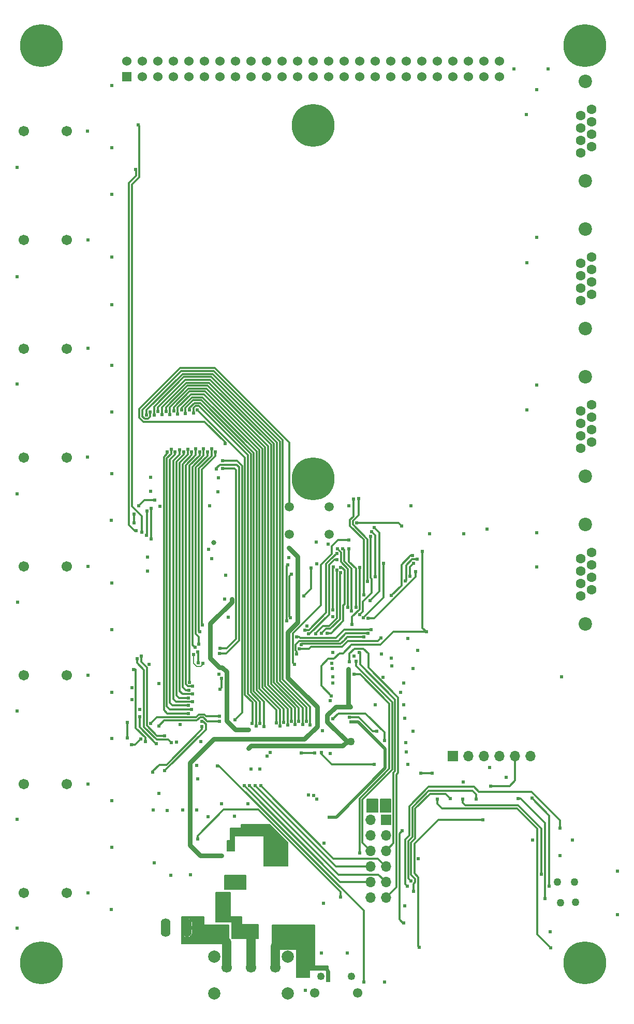
<source format=gbl>
G04 #@! TF.GenerationSoftware,KiCad,Pcbnew,(5.0.1)-4*
G04 #@! TF.CreationDate,2019-01-15T19:26:53-05:00*
G04 #@! TF.ProjectId,CA6,4341362E6B696361645F706362000000,rev?*
G04 #@! TF.SameCoordinates,Original*
G04 #@! TF.FileFunction,Copper,L4,Bot,Signal*
G04 #@! TF.FilePolarity,Positive*
%FSLAX46Y46*%
G04 Gerber Fmt 4.6, Leading zero omitted, Abs format (unit mm)*
G04 Created by KiCad (PCBNEW (5.0.1)-4) date 1/15/2019 7:26:53 PM*
%MOMM*%
%LPD*%
G01*
G04 APERTURE LIST*
G04 #@! TA.AperFunction,WasherPad*
%ADD10C,7.000240*%
G04 #@! TD*
G04 #@! TA.AperFunction,ComponentPad*
%ADD11C,2.200000*%
G04 #@! TD*
G04 #@! TA.AperFunction,ComponentPad*
%ADD12C,1.600000*%
G04 #@! TD*
G04 #@! TA.AperFunction,ComponentPad*
%ADD13R,1.700000X1.700000*%
G04 #@! TD*
G04 #@! TA.AperFunction,ComponentPad*
%ADD14O,1.700000X1.700000*%
G04 #@! TD*
G04 #@! TA.AperFunction,ComponentPad*
%ADD15R,1.524000X1.524000*%
G04 #@! TD*
G04 #@! TA.AperFunction,ComponentPad*
%ADD16C,1.524000*%
G04 #@! TD*
G04 #@! TA.AperFunction,WasherPad*
%ADD17C,7.000000*%
G04 #@! TD*
G04 #@! TA.AperFunction,ComponentPad*
%ADD18O,1.574800X3.048000*%
G04 #@! TD*
G04 #@! TA.AperFunction,ComponentPad*
%ADD19O,1.600200X3.048000*%
G04 #@! TD*
G04 #@! TA.AperFunction,ComponentPad*
%ADD20C,1.550000*%
G04 #@! TD*
G04 #@! TA.AperFunction,ComponentPad*
%ADD21C,1.250000*%
G04 #@! TD*
G04 #@! TA.AperFunction,WasherPad*
%ADD22C,1.701800*%
G04 #@! TD*
G04 #@! TA.AperFunction,ComponentPad*
%ADD23C,1.500000*%
G04 #@! TD*
G04 #@! TA.AperFunction,ComponentPad*
%ADD24C,2.000000*%
G04 #@! TD*
G04 #@! TA.AperFunction,ComponentPad*
%ADD25C,1.700000*%
G04 #@! TD*
G04 #@! TA.AperFunction,ViaPad*
%ADD26C,0.609600*%
G04 #@! TD*
G04 #@! TA.AperFunction,ViaPad*
%ADD27C,1.270000*%
G04 #@! TD*
G04 #@! TA.AperFunction,ViaPad*
%ADD28C,0.812800*%
G04 #@! TD*
G04 #@! TA.AperFunction,Conductor*
%ADD29C,0.304800*%
G04 #@! TD*
G04 #@! TA.AperFunction,Conductor*
%ADD30C,0.152400*%
G04 #@! TD*
G04 #@! TA.AperFunction,Conductor*
%ADD31C,0.508000*%
G04 #@! TD*
G04 #@! TA.AperFunction,Conductor*
%ADD32C,1.524000*%
G04 #@! TD*
G04 #@! TA.AperFunction,Conductor*
%ADD33C,0.762000*%
G04 #@! TD*
G04 APERTURE END LIST*
D10*
G04 #@! TO.P,BT1,*
G04 #@! TO.N,*
X76200000Y-102560000D03*
X76200000Y-44760000D03*
G04 #@! TD*
D11*
G04 #@! TO.P,J8,8*
G04 #@! TO.N,GND*
X120780000Y-126240000D03*
X120780000Y-109980000D03*
D12*
G04 #@! TO.P,J8,5*
G04 #@! TO.N,/MOD3p3*
X121800000Y-118610000D03*
G04 #@! TO.P,J8,3*
G04 #@! TO.N,/MOD3p1_MOSI*
X121800000Y-116580000D03*
G04 #@! TO.P,J8,6*
G04 #@! TO.N,/MOD3p4_SCLK*
X120020000Y-119640000D03*
G04 #@! TO.P,J8,4*
G04 #@! TO.N,/MOD3p2_MISO*
X120020000Y-117610000D03*
G04 #@! TO.P,J8,8*
G04 #@! TO.N,GND*
X120020000Y-121670000D03*
G04 #@! TO.P,J8,7*
G04 #@! TO.N,/MOD3p5_CS*
X121800000Y-120640000D03*
G04 #@! TO.P,J8,2*
G04 #@! TO.N,/MOD3p0_AN0*
X120020000Y-115580000D03*
G04 #@! TO.P,J8,1*
G04 #@! TO.N,3V3*
X121800000Y-114550000D03*
G04 #@! TD*
D11*
G04 #@! TO.P,J4,8*
G04 #@! TO.N,GND*
X120780000Y-102110000D03*
X120780000Y-85850000D03*
D12*
G04 #@! TO.P,J4,5*
G04 #@! TO.N,/MOD2p3*
X121800000Y-94480000D03*
G04 #@! TO.P,J4,3*
G04 #@! TO.N,/MOD2p1_AN1*
X121800000Y-92450000D03*
G04 #@! TO.P,J4,6*
G04 #@! TO.N,/MOD2p4_AN3*
X120020000Y-95510000D03*
G04 #@! TO.P,J4,4*
G04 #@! TO.N,/MOD2p2_AN2*
X120020000Y-93480000D03*
G04 #@! TO.P,J4,8*
G04 #@! TO.N,GND*
X120020000Y-97540000D03*
G04 #@! TO.P,J4,7*
G04 #@! TO.N,/MOD2p5_AN4*
X121800000Y-96510000D03*
G04 #@! TO.P,J4,2*
G04 #@! TO.N,/MOD2p0_AN0*
X120020000Y-91450000D03*
G04 #@! TO.P,J4,1*
G04 #@! TO.N,3V3*
X121800000Y-90420000D03*
G04 #@! TD*
D11*
G04 #@! TO.P,J5,8*
G04 #@! TO.N,GND*
X120780000Y-77980000D03*
X120780000Y-61720000D03*
D12*
G04 #@! TO.P,J5,5*
G04 #@! TO.N,/MOD1p3*
X121800000Y-70350000D03*
G04 #@! TO.P,J5,3*
G04 #@! TO.N,/MOD1p1_SCL*
X121800000Y-68320000D03*
G04 #@! TO.P,J5,6*
G04 #@! TO.N,/MOD1p4_RX*
X120020000Y-71380000D03*
G04 #@! TO.P,J5,4*
G04 #@! TO.N,/MOD1p2_SDA*
X120020000Y-69350000D03*
G04 #@! TO.P,J5,8*
G04 #@! TO.N,GND*
X120020000Y-73410000D03*
G04 #@! TO.P,J5,7*
G04 #@! TO.N,/MOD1p5_TX*
X121800000Y-72380000D03*
G04 #@! TO.P,J5,2*
G04 #@! TO.N,/MOD1p0_AN0*
X120020000Y-67320000D03*
G04 #@! TO.P,J5,1*
G04 #@! TO.N,3V3*
X121800000Y-66290000D03*
G04 #@! TD*
D11*
G04 #@! TO.P,J3,8*
G04 #@! TO.N,GND*
X120780000Y-53850000D03*
X120780000Y-37590000D03*
D12*
G04 #@! TO.P,J3,5*
G04 #@! TO.N,/MOD0p3*
X121800000Y-46220000D03*
G04 #@! TO.P,J3,3*
G04 #@! TO.N,/MOD0p1_SCL*
X121800000Y-44190000D03*
G04 #@! TO.P,J3,6*
G04 #@! TO.N,/MOD0p4_RX*
X120020000Y-47250000D03*
G04 #@! TO.P,J3,4*
G04 #@! TO.N,/MOD0p2_SDA*
X120020000Y-45220000D03*
G04 #@! TO.P,J3,8*
G04 #@! TO.N,GND*
X120020000Y-49280000D03*
G04 #@! TO.P,J3,7*
G04 #@! TO.N,/MOD0p5_TX*
X121800000Y-48250000D03*
G04 #@! TO.P,J3,2*
G04 #@! TO.N,/MOD0p0_AN0*
X120020000Y-43190000D03*
G04 #@! TO.P,J3,1*
G04 #@! TO.N,3V3*
X121800000Y-42160000D03*
G04 #@! TD*
D13*
G04 #@! TO.P,P2,1*
G04 #@! TO.N,GND*
X88138000Y-158242000D03*
D14*
G04 #@! TO.P,P2,2*
G04 #@! TO.N,3V3*
X85598000Y-158242000D03*
G04 #@! TO.P,P2,3*
G04 #@! TO.N,/ESP_R_LED*
X88138000Y-160782000D03*
G04 #@! TO.P,P2,4*
G04 #@! TO.N,/ESP_G_LED*
X85598000Y-160782000D03*
G04 #@! TO.P,P2,5*
G04 #@! TO.N,/CC_PROG*
X88138000Y-163322000D03*
G04 #@! TO.P,P2,6*
G04 #@! TO.N,/CC_RESET*
X85598000Y-163322000D03*
G04 #@! TO.P,P2,7*
G04 #@! TO.N,/CC_CTS*
X88138000Y-165862000D03*
G04 #@! TO.P,P2,8*
G04 #@! TO.N,/CC_RTS*
X85598000Y-165862000D03*
G04 #@! TO.P,P2,9*
G04 #@! TO.N,/CC_TX*
X88138000Y-168402000D03*
G04 #@! TO.P,P2,10*
G04 #@! TO.N,/CC_RX*
X85598000Y-168402000D03*
G04 #@! TO.P,P2,11*
G04 #@! TO.N,/CC_EXT0*
X88138000Y-170942000D03*
G04 #@! TO.P,P2,12*
G04 #@! TO.N,/CC_EXT1*
X85598000Y-170942000D03*
G04 #@! TD*
D15*
G04 #@! TO.P,J6,1*
G04 #@! TO.N,/AUX00_TX*
X45720000Y-36830000D03*
D16*
G04 #@! TO.P,J6,2*
G04 #@! TO.N,/AUX01_RX*
X45720000Y-34290000D03*
G04 #@! TO.P,J6,3*
G04 #@! TO.N,/AUX02*
X48260000Y-36830000D03*
G04 #@! TO.P,J6,4*
G04 #@! TO.N,/AUX03*
X48260000Y-34290000D03*
G04 #@! TO.P,J6,5*
G04 #@! TO.N,/AUX04*
X50800000Y-36830000D03*
G04 #@! TO.P,J6,6*
G04 #@! TO.N,/AUX05*
X50800000Y-34290000D03*
G04 #@! TO.P,J6,7*
G04 #@! TO.N,/AUX06*
X53340000Y-36830000D03*
G04 #@! TO.P,J6,8*
G04 #@! TO.N,/AUX07*
X53340000Y-34290000D03*
G04 #@! TO.P,J6,9*
G04 #@! TO.N,/AUX08*
X55880000Y-36830000D03*
G04 #@! TO.P,J6,10*
G04 #@! TO.N,/AUX09*
X55880000Y-34290000D03*
G04 #@! TO.P,J6,11*
G04 #@! TO.N,/AUX10*
X58420000Y-36830000D03*
G04 #@! TO.P,J6,12*
G04 #@! TO.N,/AUX11*
X58420000Y-34290000D03*
G04 #@! TO.P,J6,13*
G04 #@! TO.N,/AUX12*
X60960000Y-36830000D03*
G04 #@! TO.P,J6,14*
G04 #@! TO.N,/AUX13*
X60960000Y-34290000D03*
G04 #@! TO.P,J6,15*
G04 #@! TO.N,/AUX14*
X63500000Y-36830000D03*
G04 #@! TO.P,J6,16*
G04 #@! TO.N,/AUX15*
X63500000Y-34290000D03*
G04 #@! TO.P,J6,17*
G04 #@! TO.N,/AUX16*
X66040000Y-36830000D03*
G04 #@! TO.P,J6,18*
G04 #@! TO.N,/AUX17*
X66040000Y-34290000D03*
G04 #@! TO.P,J6,19*
G04 #@! TO.N,/AUX18*
X68580000Y-36830000D03*
G04 #@! TO.P,J6,20*
G04 #@! TO.N,/AUX19*
X68580000Y-34290000D03*
G04 #@! TO.P,J6,21*
G04 #@! TO.N,/AUX20*
X71120000Y-36830000D03*
G04 #@! TO.P,J6,22*
G04 #@! TO.N,/AUX21*
X71120000Y-34290000D03*
G04 #@! TO.P,J6,23*
G04 #@! TO.N,/AUX22*
X73660000Y-36830000D03*
G04 #@! TO.P,J6,24*
G04 #@! TO.N,/AUX23*
X73660000Y-34290000D03*
G04 #@! TO.P,J6,25*
G04 #@! TO.N,/AUX24*
X76200000Y-36830000D03*
G04 #@! TO.P,J6,26*
G04 #@! TO.N,/AUX25*
X76200000Y-34290000D03*
G04 #@! TO.P,J6,27*
G04 #@! TO.N,/AUX26*
X78740000Y-36830000D03*
G04 #@! TO.P,J6,28*
G04 #@! TO.N,/AUX27*
X78740000Y-34290000D03*
G04 #@! TO.P,J6,29*
G04 #@! TO.N,/AUX28*
X81280000Y-36830000D03*
G04 #@! TO.P,J6,30*
G04 #@! TO.N,/AUX29*
X81280000Y-34290000D03*
G04 #@! TO.P,J6,31*
G04 #@! TO.N,/AUX30*
X83820000Y-36830000D03*
G04 #@! TO.P,J6,32*
G04 #@! TO.N,/AUX31*
X83820000Y-34290000D03*
G04 #@! TO.P,J6,33*
G04 #@! TO.N,/AUX32*
X86360000Y-36830000D03*
G04 #@! TO.P,J6,34*
G04 #@! TO.N,/AUX33*
X86360000Y-34290000D03*
G04 #@! TO.P,J6,35*
G04 #@! TO.N,/AUX34*
X88900000Y-36830000D03*
G04 #@! TO.P,J6,36*
G04 #@! TO.N,/AUX35*
X88900000Y-34290000D03*
G04 #@! TO.P,J6,37*
G04 #@! TO.N,/AUX36*
X91440000Y-36830000D03*
G04 #@! TO.P,J6,38*
G04 #@! TO.N,/AUX37*
X91440000Y-34290000D03*
G04 #@! TO.P,J6,39*
G04 #@! TO.N,/AUX38*
X93980000Y-36830000D03*
G04 #@! TO.P,J6,40*
G04 #@! TO.N,/AUX39*
X93980000Y-34290000D03*
G04 #@! TO.P,J6,41*
G04 #@! TO.N,/AUX40*
X96520000Y-36830000D03*
G04 #@! TO.P,J6,42*
G04 #@! TO.N,/AUX41*
X96520000Y-34290000D03*
G04 #@! TO.P,J6,43*
G04 #@! TO.N,/AUX42*
X99060000Y-36830000D03*
G04 #@! TO.P,J6,44*
G04 #@! TO.N,/AUX43*
X99060000Y-34290000D03*
G04 #@! TO.P,J6,45*
G04 #@! TO.N,/AUX44*
X101600000Y-36830000D03*
G04 #@! TO.P,J6,46*
G04 #@! TO.N,/AUX45*
X101600000Y-34290000D03*
G04 #@! TO.P,J6,47*
G04 #@! TO.N,/AUX46*
X104140000Y-36830000D03*
G04 #@! TO.P,J6,48*
G04 #@! TO.N,/AUX47*
X104140000Y-34290000D03*
G04 #@! TO.P,J6,49*
G04 #@! TO.N,GND*
X106680000Y-36830000D03*
G04 #@! TO.P,J6,50*
G04 #@! TO.N,3V3*
X106680000Y-34290000D03*
G04 #@! TD*
D17*
G04 #@! TO.P,X4,*
G04 #@! TO.N,*
X120650000Y-181610000D03*
G04 #@! TD*
G04 #@! TO.P,X3,*
G04 #@! TO.N,*
X31750000Y-181610000D03*
G04 #@! TD*
G04 #@! TO.P,X2,*
G04 #@! TO.N,*
X120650000Y-31750000D03*
G04 #@! TD*
G04 #@! TO.P,X1,*
G04 #@! TO.N,*
X31750000Y-31750000D03*
G04 #@! TD*
D18*
G04 #@! TO.P,J2,1*
G04 #@! TO.N,GND*
X52098000Y-175895000D03*
D19*
G04 #@! TO.P,J2,2*
G04 #@! TO.N,Net-(J2-Pad2)*
X55598000Y-175895000D03*
G04 #@! TD*
D20*
G04 #@! TO.P,J1,5*
G04 #@! TO.N,GND*
X76510000Y-186510000D03*
D21*
X82510000Y-183835000D03*
X77510000Y-183835000D03*
D20*
X83510000Y-186510000D03*
G04 #@! TD*
D22*
G04 #@! TO.P,CAM7,*
G04 #@! TO.N,*
X35915600Y-170180000D03*
X28905200Y-170180000D03*
G04 #@! TD*
G04 #@! TO.P,CAM6,*
G04 #@! TO.N,*
X35915600Y-152400000D03*
X28905200Y-152400000D03*
G04 #@! TD*
G04 #@! TO.P,CAM5,*
G04 #@! TO.N,*
X35915600Y-134620000D03*
X28905200Y-134620000D03*
G04 #@! TD*
G04 #@! TO.P,CAM4,*
G04 #@! TO.N,*
X35915600Y-116840000D03*
X28905200Y-116840000D03*
G04 #@! TD*
G04 #@! TO.P,CAM3,*
G04 #@! TO.N,*
X35915600Y-99060000D03*
X28905200Y-99060000D03*
G04 #@! TD*
G04 #@! TO.P,CAM2,*
G04 #@! TO.N,*
X35915600Y-81280000D03*
X28905200Y-81280000D03*
G04 #@! TD*
G04 #@! TO.P,CAM1,*
G04 #@! TO.N,*
X35915600Y-63500000D03*
X28905200Y-63500000D03*
G04 #@! TD*
G04 #@! TO.P,CAM0,*
G04 #@! TO.N,*
X35915600Y-45720000D03*
X28905200Y-45720000D03*
G04 #@! TD*
D13*
G04 #@! TO.P,P3,1*
G04 #@! TO.N,GND*
X99060000Y-147828000D03*
D14*
G04 #@! TO.P,P3,2*
G04 #@! TO.N,N/C*
X101600000Y-147828000D03*
G04 #@! TO.P,P3,3*
X104140000Y-147828000D03*
G04 #@! TO.P,P3,4*
G04 #@! TO.N,/FTDI_TX*
X106680000Y-147828000D03*
G04 #@! TO.P,P3,5*
G04 #@! TO.N,/ESP_TX*
X109220000Y-147828000D03*
G04 #@! TO.P,P3,6*
G04 #@! TO.N,N/C*
X111760000Y-147828000D03*
G04 #@! TD*
D23*
G04 #@! TO.P,SW4,3*
G04 #@! TO.N,/BUTTON_0*
X72340000Y-107100000D03*
G04 #@! TO.P,SW4,1*
G04 #@! TO.N,GND*
X72340000Y-111600000D03*
G04 #@! TO.P,SW4,2*
X78840000Y-111600000D03*
G04 #@! TO.P,SW4,4*
G04 #@! TO.N,/BUTTON_0*
X78840000Y-107100000D03*
G04 #@! TD*
D24*
G04 #@! TO.P,SW2,*
G04 #@! TO.N,*
X60040000Y-180622000D03*
X72040000Y-180622000D03*
X72040000Y-186622000D03*
X60040000Y-186622000D03*
D25*
G04 #@! TO.P,SW2,1*
G04 #@! TO.N,Net-(J2-Pad2)*
X62040000Y-182372000D03*
G04 #@! TO.P,SW2,2*
G04 #@! TO.N,Net-(F1-Pad2)*
X66040000Y-182372000D03*
G04 #@! TO.P,SW2,3*
G04 #@! TO.N,/VBUS*
X70040000Y-182372000D03*
G04 #@! TD*
D26*
G04 #@! TO.N,/AUX02*
X75750000Y-142720000D03*
X49560000Y-91590000D03*
G04 #@! TO.N,/AUX03*
X50190000Y-92130000D03*
X74510000Y-142680000D03*
G04 #@! TO.N,/AUX04*
X50800000Y-91530000D03*
X73880000Y-142160000D03*
G04 #@! TO.N,/AUX05*
X51480000Y-92060000D03*
X73270000Y-142670000D03*
G04 #@! TO.N,/AUX06*
X52140000Y-91520000D03*
X72650000Y-142200000D03*
G04 #@! TO.N,/AUX07*
X52780000Y-92050000D03*
X72040000Y-142790000D03*
G04 #@! TO.N,/AUX08*
X53420000Y-91460000D03*
X71420000Y-142330000D03*
G04 #@! TO.N,/AUX09*
X54060000Y-91970000D03*
X70810000Y-142910000D03*
G04 #@! TO.N,/AUX10*
X70190000Y-142410000D03*
X54700000Y-91280000D03*
G04 #@! TO.N,/AUX11*
X55330000Y-91860000D03*
X68150000Y-142970000D03*
G04 #@! TO.N,/AUX12*
X56010000Y-91300000D03*
X67520000Y-142480000D03*
G04 #@! TO.N,/AUX13*
X66890000Y-142960000D03*
X56650000Y-91790000D03*
G04 #@! TO.N,/AUX14*
X57270000Y-91260000D03*
X66260000Y-142490000D03*
G04 #@! TO.N,/AUX15*
X55810000Y-140860000D03*
X52350000Y-98130000D03*
G04 #@! TO.N,/AUX16*
X53020000Y-97680000D03*
X56330000Y-140230000D03*
G04 #@! TO.N,/AUX17*
X53650000Y-98140000D03*
X55810000Y-139570000D03*
G04 #@! TO.N,/AUX18*
X54350000Y-97760000D03*
X56460000Y-138930000D03*
G04 #@! TO.N,/AUX19*
X55070000Y-98120000D03*
X55850000Y-138310000D03*
G04 #@! TO.N,/AUX20*
X55720000Y-97690000D03*
X56500000Y-137700000D03*
G04 #@! TO.N,/AUX21*
X56350000Y-98140000D03*
X55890000Y-137060000D03*
G04 #@! TO.N,/AUX22*
X57020000Y-97660000D03*
X56520000Y-136430000D03*
G04 #@! TO.N,/AUX23*
X57650000Y-98140000D03*
X56010000Y-135780000D03*
G04 #@! TO.N,/AUX24*
X58290000Y-97640000D03*
X56880000Y-130070000D03*
G04 #@! TO.N,/AUX25*
X57510000Y-129560000D03*
X58930000Y-98130000D03*
G04 #@! TO.N,/AUX26*
X59630000Y-97650000D03*
X57640000Y-127540000D03*
G04 #@! TO.N,/AUX27*
X60240000Y-98120000D03*
X58140000Y-126430000D03*
G04 #@! TO.N,/AUX43*
X72470000Y-125230000D03*
X72660000Y-118140000D03*
G04 #@! TO.N,/CAM1F*
X61400000Y-100840000D03*
X60940000Y-130260000D03*
G04 #@! TO.N,/CAM1S*
X60400000Y-100890000D03*
X60910000Y-131030000D03*
G04 #@! TO.N,/CAM3F*
X57390000Y-132630000D03*
X57350000Y-130800000D03*
G04 #@! TO.N,/CAM3S*
X56650000Y-131230000D03*
X58160000Y-132680000D03*
G04 #@! TO.N,/CAM5F*
X60900000Y-141310000D03*
X49630000Y-142490000D03*
G04 #@! TO.N,/CAM5S*
X60890000Y-142140000D03*
X50980000Y-142920000D03*
G04 #@! TO.N,/CAM6F*
X51940000Y-150240000D03*
X58000000Y-142140000D03*
G04 #@! TO.N,/CAM6S*
X49990000Y-150420000D03*
X58020000Y-142980000D03*
G04 #@! TO.N,/JTAG_TMS*
X76480000Y-147290000D03*
X74230000Y-147290000D03*
G04 #@! TO.N,/LV_DETECT*
X75900000Y-117100000D03*
X74680000Y-121680000D03*
G04 #@! TO.N,/M_RESET*
X94080000Y-114370000D03*
X79210000Y-138010000D03*
X94720000Y-127520000D03*
X57350000Y-161380000D03*
X80730000Y-170870000D03*
G04 #@! TO.N,/UOTGID*
X84480400Y-184746900D03*
X60590000Y-149450000D03*
G04 #@! TO.N,/VBUS*
X78060000Y-182500000D03*
X78828900Y-157784800D03*
X82384900Y-142265400D03*
D27*
X74930000Y-181810000D03*
D26*
X71628000Y-177292000D03*
G04 #@! TO.N,/VDDOUT*
X82000000Y-133630000D03*
X82300000Y-139750000D03*
D27*
X82360000Y-145470000D03*
D26*
X65670000Y-146560000D03*
X62920000Y-122160000D03*
X60890000Y-133320000D03*
X65620000Y-143540000D03*
X82910000Y-131530000D03*
G04 #@! TO.N,/VDDPLL*
X86180000Y-149220000D03*
X77600000Y-147250000D03*
G04 #@! TO.N,3V3*
X82042000Y-106934000D03*
X92202000Y-106934000D03*
X104648000Y-110744000D03*
X57810000Y-145470000D03*
X68640000Y-147870000D03*
X60830000Y-134430000D03*
X79470000Y-130870000D03*
X85407500Y-156654500D03*
X85407500Y-155130500D03*
X67868800Y-159359600D03*
X67614800Y-160528000D03*
X70104000Y-163449000D03*
X67056000Y-159893000D03*
X85400000Y-155900000D03*
X50190000Y-165270000D03*
X57140000Y-156680000D03*
X54860000Y-156670000D03*
X52320000Y-156690000D03*
X50030000Y-156670000D03*
X89030000Y-131810000D03*
X112780000Y-111360000D03*
X76760000Y-112880000D03*
X78650000Y-113200000D03*
X112780000Y-87220000D03*
X112770000Y-63100000D03*
X112780000Y-38970000D03*
X109080000Y-35550000D03*
X75220000Y-126550000D03*
X92570000Y-133490000D03*
X91220000Y-141660000D03*
X79450000Y-135880000D03*
X79340000Y-133490000D03*
X61730000Y-122160000D03*
D28*
X59940000Y-112910000D03*
D26*
G04 #@! TO.N,5V*
X61210000Y-164100000D03*
X72240000Y-113820000D03*
G04 #@! TO.N,GND*
X100838000Y-111506000D03*
X95250000Y-111506000D03*
X77700000Y-143690000D03*
X69190000Y-147270000D03*
X79000000Y-138770000D03*
X79300000Y-132720000D03*
X79430000Y-134870000D03*
X64681100Y-167576500D03*
X78016100Y-162077400D03*
X62191900Y-167614600D03*
X63500000Y-167640000D03*
X59060000Y-157700000D03*
X93380000Y-164590000D03*
X27800000Y-87070000D03*
X125970000Y-173730000D03*
X125984000Y-166624000D03*
X116620000Y-164100000D03*
X118650000Y-161540000D03*
X47880000Y-140200000D03*
X46590000Y-138570000D03*
X46590000Y-136690000D03*
X57200000Y-149360000D03*
X91740000Y-149210000D03*
X91470000Y-147190000D03*
X91350000Y-145660000D03*
X87680000Y-134950000D03*
X66030000Y-149950000D03*
X67490000Y-149990000D03*
X86340000Y-139480000D03*
X62360000Y-125130000D03*
X79460000Y-125020000D03*
X105060000Y-149730000D03*
X87380000Y-131190000D03*
X76770000Y-154900000D03*
X76270000Y-154290000D03*
X75440000Y-154180000D03*
X78980000Y-147450000D03*
X51130000Y-107030000D03*
X49090000Y-117610000D03*
X49090000Y-115350000D03*
X59120000Y-114030000D03*
X61920000Y-118260000D03*
X43210000Y-109270000D03*
X43250000Y-101730000D03*
X49670000Y-102310000D03*
X49640000Y-104600000D03*
X59300000Y-106980000D03*
X60660000Y-104620000D03*
X60720000Y-102340000D03*
X114690000Y-35560000D03*
X111130000Y-43050000D03*
X111170000Y-67190000D03*
X111150000Y-91290000D03*
X112780000Y-116960000D03*
X90560000Y-137450000D03*
X91059000Y-135890000D03*
X116850000Y-134870000D03*
X72280000Y-115380000D03*
X76770000Y-116400000D03*
X49400000Y-132880000D03*
X93360000Y-130560000D03*
X91710000Y-128640000D03*
X89120000Y-133140000D03*
X91059000Y-139446000D03*
X92570000Y-143740000D03*
X74940000Y-186100000D03*
X77597000Y-180035200D03*
X81788000Y-180035200D03*
X77940000Y-171880000D03*
X65550000Y-155630000D03*
X63380000Y-157670000D03*
X61230000Y-155660000D03*
X56130000Y-167190000D03*
X52960000Y-167340000D03*
X27810000Y-175980000D03*
X39350000Y-170180000D03*
X43240000Y-162740000D03*
X27790000Y-158150000D03*
X27780000Y-140450000D03*
X39360000Y-116880000D03*
X43240000Y-91580000D03*
X39400000Y-81240000D03*
X43260000Y-84020000D03*
X43250000Y-74070000D03*
X27770000Y-69490000D03*
X43240000Y-66260000D03*
X39390000Y-63520000D03*
X43240000Y-56080000D03*
X43260000Y-48460000D03*
X43260000Y-38300000D03*
X39330000Y-45700000D03*
X27790000Y-51630000D03*
X43240000Y-119570000D03*
X27860000Y-122680000D03*
X43240000Y-127210000D03*
X39360000Y-134620000D03*
X43240000Y-137380000D03*
X43250000Y-144970000D03*
X39390000Y-152410000D03*
X43240000Y-155150000D03*
X50980000Y-153960000D03*
X57330000Y-151560000D03*
X59620000Y-115560000D03*
X50950000Y-135990000D03*
X53840000Y-145570000D03*
X54490000Y-142660000D03*
X43220000Y-172920000D03*
X27770000Y-104970000D03*
X39330000Y-99010000D03*
X87871300Y-184746900D03*
G04 #@! TO.N,Net-(C15-Pad1)*
X79470000Y-123970000D03*
X79480000Y-116890000D03*
G04 #@! TO.N,Net-(C20-Pad1)*
X79470000Y-141730000D03*
X87930000Y-145280000D03*
G04 #@! TO.N,Net-(C42-Pad1)*
X86670000Y-143770000D03*
X82130000Y-141490000D03*
G04 #@! TO.N,Net-(F1-Pad2)*
X61350000Y-174570000D03*
X66040000Y-176911000D03*
G04 #@! TO.N,Net-(J2-Pad2)*
X57020000Y-175260000D03*
X60833000Y-177038000D03*
G04 #@! TO.N,/CC_RX*
X64920000Y-152660000D03*
G04 #@! TO.N,/CC_TX*
X65820000Y-152660000D03*
G04 #@! TO.N,/CC_RTS*
X66700000Y-152650000D03*
G04 #@! TO.N,/CC_CTS*
X67630000Y-152700000D03*
G04 #@! TO.N,/AUX44*
X71860000Y-125710000D03*
X72040000Y-116620000D03*
G04 #@! TO.N,/AUX45*
X81870000Y-123560000D03*
X80180000Y-113960000D03*
G04 #@! TO.N,/AUX46*
X82520000Y-124120000D03*
X81030000Y-113930000D03*
G04 #@! TO.N,/AUX47*
X82100000Y-114000000D03*
X83210000Y-123560000D03*
G04 #@! TO.N,/CC_RESET*
X83270000Y-132350000D03*
G04 #@! TO.N,/CC_PROG*
X83780000Y-130920000D03*
G04 #@! TO.N,/CC_EXT0*
X82140000Y-132400000D03*
G04 #@! TO.N,/CC_EXT1*
X83830000Y-163700000D03*
X82920000Y-134480000D03*
G04 #@! TO.N,Net-(R23-Pad2)*
X47170000Y-51980000D03*
X47270000Y-111010000D03*
G04 #@! TO.N,Net-(R24-Pad2)*
X48200000Y-111300000D03*
X47590000Y-44680000D03*
G04 #@! TO.N,Net-(R33-Pad2)*
X49070000Y-107820000D03*
X48970000Y-111750000D03*
G04 #@! TO.N,Net-(R34-Pad2)*
X49700000Y-112320000D03*
X49700000Y-107383400D03*
G04 #@! TO.N,Net-(R37-Pad2)*
X47690000Y-106930000D03*
X50330000Y-105980000D03*
G04 #@! TO.N,Net-(R42-Pad2)*
X46900000Y-109720000D03*
X46900000Y-108290000D03*
G04 #@! TO.N,Net-(R45-Pad2)*
X53000000Y-145610000D03*
X47410000Y-131910000D03*
G04 #@! TO.N,Net-(R46-Pad2)*
X48080000Y-131480000D03*
X51890000Y-144500000D03*
G04 #@! TO.N,Net-(R49-Pad2)*
X50590000Y-145780000D03*
X47820000Y-141390000D03*
G04 #@! TO.N,Net-(R50-Pad2)*
X48760000Y-145480000D03*
X46860000Y-133710000D03*
G04 #@! TO.N,Net-(R53-Pad2)*
X45830000Y-144830000D03*
X45780000Y-142300000D03*
G04 #@! TO.N,Net-(R57-Pad2)*
X48030000Y-145000000D03*
X46480000Y-145940000D03*
G04 #@! TO.N,/ESP_3V3*
X112110000Y-161570000D03*
X114970000Y-176500000D03*
X88646000Y-156654500D03*
X88582500Y-155130500D03*
D27*
X116713000Y-171831000D03*
X119126000Y-171704000D03*
X118999000Y-168402000D03*
X116210000Y-168430000D03*
D26*
X107830000Y-151310000D03*
X100740000Y-152070000D03*
X88640000Y-155900000D03*
X91230000Y-172280000D03*
G04 #@! TO.N,/MOD0p3*
X83820000Y-124740000D03*
X85590000Y-111940000D03*
G04 #@! TO.N,/MOD0p1_SCL*
X85780754Y-111165618D03*
X86380000Y-118550000D03*
G04 #@! TO.N,/MOD0p4_RX*
X80080000Y-114730000D03*
X74840000Y-127230000D03*
G04 #@! TO.N,/MOD0p2_SDA*
X85110000Y-119290000D03*
X83670000Y-105770000D03*
G04 #@! TO.N,/MOD0p5_TX*
X80120000Y-115780000D03*
X75480000Y-127870000D03*
G04 #@! TO.N,/MOD0p0_AN0*
X82800000Y-105820000D03*
X84490000Y-121530000D03*
G04 #@! TO.N,/MOD2p3*
X92980000Y-117680000D03*
X85230000Y-125300000D03*
G04 #@! TO.N,/MOD2p4_AN3*
X92060000Y-118490000D03*
X92660000Y-116310000D03*
G04 #@! TO.N,/MOD2p2_AN2*
X91290000Y-119240000D03*
X93230000Y-115700000D03*
G04 #@! TO.N,/MOD2p0_AN0*
X92480000Y-115070000D03*
X89030000Y-121590000D03*
G04 #@! TO.N,/MOD1p3*
X84430000Y-125200000D03*
X87700000Y-116350000D03*
G04 #@! TO.N,/MOD1p1_SCL*
X83820000Y-117010000D03*
X82570000Y-126300000D03*
G04 #@! TO.N,/MOD1p4_RX*
X78530000Y-127730000D03*
X80710000Y-117020000D03*
G04 #@! TO.N,/MOD1p2_SDA*
X80070000Y-117460000D03*
X76600000Y-127880000D03*
G04 #@! TO.N,/MOD1p5_TX*
X77570000Y-127770000D03*
X80740000Y-117830000D03*
G04 #@! TO.N,/MOD1p0_AN0*
X86203044Y-110531033D03*
X85500000Y-122420000D03*
G04 #@! TO.N,/AUX00_TX*
X61400000Y-99580000D03*
X63400000Y-141910000D03*
G04 #@! TO.N,/AUX01_RX*
X48930000Y-92090000D03*
X75130000Y-142190000D03*
G04 #@! TO.N,/MOD3p1_MOSI*
X73964821Y-130314543D03*
X87350000Y-128530000D03*
G04 #@! TO.N,/MOD3p4_SCLK*
X73507610Y-131170000D03*
X85160000Y-127790000D03*
G04 #@! TO.N,/MOD3p2_MISO*
X73507610Y-128350000D03*
X85660000Y-127150000D03*
G04 #@! TO.N,/MOD3p5_CS*
X74254169Y-129609610D03*
X84500000Y-128400000D03*
G04 #@! TO.N,/ESP_PROG*
X92660000Y-169960000D03*
X98640000Y-154770000D03*
G04 #@! TO.N,/ESP_CTS*
X113520000Y-167110000D03*
X100680000Y-154820000D03*
G04 #@! TO.N,/ESP_TX*
X104000000Y-158220000D03*
X93570000Y-179060000D03*
X105240000Y-152720000D03*
G04 #@! TO.N,/ESP_EXT0*
X112010000Y-154730000D03*
X114840000Y-169070000D03*
G04 #@! TO.N,/ESP_RESET*
X96560000Y-154850000D03*
X115090000Y-179160000D03*
G04 #@! TO.N,/ESP_RTS*
X92250000Y-168210000D03*
X102870000Y-154840000D03*
G04 #@! TO.N,/ESP_EXT1*
X114190000Y-171080000D03*
X109720000Y-154770000D03*
G04 #@! TO.N,/ESP_R_LED*
X91010000Y-175080000D03*
X90820000Y-160050000D03*
G04 #@! TO.N,Net-(R61-Pad2)*
X91640000Y-169080000D03*
X116640000Y-159570000D03*
G04 #@! TO.N,/BUTTON_0*
X61800000Y-96750000D03*
G04 #@! TO.N,Net-(U3-Pad4)*
X93820000Y-150650000D03*
X95690000Y-150650000D03*
G04 #@! TO.N,Net-(SW1-Pad2)*
X60960000Y-136906000D03*
X61214000Y-135128000D03*
X73152000Y-132842000D03*
X82042000Y-112522000D03*
X83312000Y-109728000D03*
X90678000Y-110236000D03*
G04 #@! TD*
D29*
G04 #@! TO.N,/AUX02*
X75750000Y-142720000D02*
X75750000Y-139820000D01*
X75750000Y-139820000D02*
X71250000Y-135320000D01*
X71250000Y-135320000D02*
X71250000Y-96190000D01*
X71250000Y-96190000D02*
X59980000Y-84920000D01*
X49560000Y-91590000D02*
X49560000Y-92370000D01*
X49560000Y-92370000D02*
X49210000Y-92720000D01*
X49210000Y-92720000D02*
X48677202Y-92720000D01*
X48677202Y-92720000D02*
X48300000Y-92342798D01*
X48300000Y-92342798D02*
X48300000Y-91280000D01*
X48300000Y-91280000D02*
X54660000Y-84920000D01*
X54660000Y-84920000D02*
X59980000Y-84920000D01*
G04 #@! TO.N,/AUX03*
X70286582Y-96596582D02*
X70286582Y-135696582D01*
X70286582Y-96596582D02*
X59560000Y-85870000D01*
X74510000Y-142680000D02*
X74510000Y-139920000D01*
X74510000Y-139920000D02*
X70286582Y-135696582D01*
X50190000Y-92130000D02*
X50190000Y-90770000D01*
X50190000Y-90770000D02*
X55090000Y-85870000D01*
X55090000Y-85870000D02*
X59560000Y-85870000D01*
G04 #@! TO.N,/AUX04*
X69790000Y-96760000D02*
X69790000Y-135846582D01*
X70131709Y-136188291D02*
X70131709Y-136191709D01*
X69790000Y-135846582D02*
X70131709Y-136188291D01*
X50800000Y-90840000D02*
X55290000Y-86350000D01*
X55290000Y-86350000D02*
X59380000Y-86350000D01*
X59380000Y-86350000D02*
X69790000Y-96760000D01*
X50800000Y-91530000D02*
X50800000Y-90840000D01*
X73880000Y-139940000D02*
X73880000Y-142160000D01*
X73880000Y-139940000D02*
X70131709Y-136191709D01*
G04 #@! TO.N,/AUX05*
X69320000Y-136050000D02*
X69320000Y-96972695D01*
X73270000Y-140000000D02*
X69320000Y-136050000D01*
X73270000Y-142670000D02*
X73270000Y-140000000D01*
X69320000Y-96972695D02*
X59187305Y-86840000D01*
X51480000Y-92060000D02*
X51480000Y-90820000D01*
X51480000Y-90820000D02*
X55460000Y-86840000D01*
X55460000Y-86840000D02*
X59187305Y-86840000D01*
G04 #@! TO.N,/AUX06*
X72650000Y-142200000D02*
X72650000Y-140050000D01*
X68850000Y-97200000D02*
X58970000Y-87320000D01*
X68850000Y-136250000D02*
X68850000Y-97200000D01*
X72650000Y-140050000D02*
X68850000Y-136250000D01*
X52140000Y-91520000D02*
X52140000Y-90820000D01*
X52140000Y-90820000D02*
X55640000Y-87320000D01*
X55640000Y-87320000D02*
X58970000Y-87320000D01*
G04 #@! TO.N,/AUX07*
X72040000Y-142790000D02*
X72040000Y-140110000D01*
X68370000Y-97410000D02*
X58750000Y-87790000D01*
X68370000Y-136440000D02*
X68370000Y-97410000D01*
X72040000Y-140110000D02*
X68370000Y-136440000D01*
X52780000Y-92050000D02*
X52780000Y-90840000D01*
X52780000Y-90840000D02*
X55830000Y-87790000D01*
X55830000Y-87790000D02*
X58750000Y-87790000D01*
G04 #@! TO.N,/AUX08*
X67901709Y-136641709D02*
X67901709Y-97611709D01*
X67901709Y-97611709D02*
X58560000Y-88270000D01*
X71420000Y-142330000D02*
X71420000Y-140160000D01*
X71420000Y-140160000D02*
X67901709Y-136641709D01*
X53420000Y-91460000D02*
X53420000Y-90870000D01*
X53420000Y-90870000D02*
X56020000Y-88270000D01*
X56020000Y-88270000D02*
X58560000Y-88270000D01*
G04 #@! TO.N,/AUX09*
X70810000Y-142910000D02*
X70810000Y-140220000D01*
X67440000Y-97820000D02*
X58360000Y-88740000D01*
X67440000Y-136850000D02*
X67440000Y-97820000D01*
X70810000Y-140220000D02*
X67440000Y-136850000D01*
X54060000Y-91970000D02*
X54060000Y-90890000D01*
X54060000Y-90890000D02*
X56210000Y-88740000D01*
X56210000Y-88740000D02*
X58360000Y-88740000D01*
G04 #@! TO.N,/AUX10*
X54700000Y-90910000D02*
X56400000Y-89210000D01*
X56400000Y-89210000D02*
X58130000Y-89210000D01*
X58130000Y-89210000D02*
X66970000Y-98050000D01*
X66970000Y-98050000D02*
X66970000Y-137070000D01*
X66970000Y-137070000D02*
X70190000Y-140290000D01*
X70190000Y-140290000D02*
X70190000Y-142410000D01*
X54700000Y-91280000D02*
X54700000Y-90910000D01*
G04 #@! TO.N,/AUX11*
X68150000Y-142970000D02*
X68150000Y-138920000D01*
X66500000Y-98270000D02*
X57910000Y-89680000D01*
X66500000Y-137270000D02*
X66500000Y-98270000D01*
X68150000Y-138920000D02*
X66500000Y-137270000D01*
X55330000Y-91860000D02*
X55330000Y-90940000D01*
X55330000Y-90940000D02*
X56590000Y-89680000D01*
X56590000Y-89680000D02*
X57910000Y-89680000D01*
G04 #@! TO.N,/AUX12*
X67520000Y-142480000D02*
X67520000Y-138950000D01*
X66026709Y-98466709D02*
X57720000Y-90160000D01*
X66026709Y-137456709D02*
X66026709Y-98466709D01*
X67520000Y-138950000D02*
X66026709Y-137456709D01*
X56790000Y-90160000D02*
X57720000Y-90160000D01*
X56010000Y-91300000D02*
X56010000Y-90940000D01*
X56010000Y-90940000D02*
X56790000Y-90160000D01*
G04 #@! TO.N,/AUX13*
X66905000Y-142945000D02*
X66905000Y-139015000D01*
X65550000Y-98650000D02*
X57530000Y-90630000D01*
X65550000Y-137660000D02*
X65550000Y-98650000D01*
X66905000Y-139015000D02*
X65550000Y-137660000D01*
X56650000Y-91790000D02*
X56650000Y-90960000D01*
X56650000Y-90960000D02*
X56980000Y-90630000D01*
X56980000Y-90630000D02*
X57530000Y-90630000D01*
X66890000Y-142960000D02*
X66905000Y-142945000D01*
G04 #@! TO.N,/AUX14*
X65070000Y-137840000D02*
X65070000Y-99060000D01*
X65070000Y-99060000D02*
X57270000Y-91260000D01*
X66270000Y-142480000D02*
X66270000Y-139040000D01*
X66260000Y-142490000D02*
X66270000Y-142480000D01*
X66270000Y-139040000D02*
X65070000Y-137840000D01*
G04 #@! TO.N,/AUX15*
X52350000Y-98130000D02*
X52350000Y-98430000D01*
X52350000Y-98430000D02*
X51800000Y-98980000D01*
X55810000Y-140860000D02*
X52320000Y-140860000D01*
X52320000Y-140860000D02*
X51800000Y-140340000D01*
X51800000Y-140340000D02*
X51800000Y-98980000D01*
G04 #@! TO.N,/AUX16*
X52290000Y-139712798D02*
X52290000Y-99170000D01*
X52290000Y-99170000D02*
X53020000Y-98440000D01*
X53020000Y-98440000D02*
X53020000Y-97680000D01*
X56310000Y-140210000D02*
X52787202Y-140210000D01*
X56330000Y-140230000D02*
X56310000Y-140210000D01*
X52787202Y-140210000D02*
X52290000Y-139712798D01*
G04 #@! TO.N,/AUX17*
X52780000Y-99420000D02*
X53650000Y-98550000D01*
X53650000Y-98550000D02*
X53650000Y-98140000D01*
X53197202Y-139570000D02*
X52780000Y-139152798D01*
X55810000Y-139570000D02*
X53197202Y-139570000D01*
X52780000Y-139152798D02*
X52780000Y-99420000D01*
G04 #@! TO.N,/AUX18*
X53340000Y-99560000D02*
X54350000Y-98550000D01*
X54350000Y-98550000D02*
X54350000Y-97760000D01*
X56460000Y-138930000D02*
X53770000Y-138930000D01*
X53340000Y-138500000D02*
X53340000Y-99560000D01*
X53770000Y-138930000D02*
X53340000Y-138500000D01*
G04 #@! TO.N,/AUX19*
X53860000Y-99740000D02*
X55070000Y-98530000D01*
X55070000Y-98530000D02*
X55070000Y-98120000D01*
X54257202Y-138310000D02*
X53860000Y-137912798D01*
X53860000Y-137912798D02*
X53860000Y-99740000D01*
X55850000Y-138310000D02*
X54257202Y-138310000D01*
G04 #@! TO.N,/AUX20*
X54360000Y-99940000D02*
X55720000Y-98580000D01*
X55720000Y-98580000D02*
X55720000Y-97690000D01*
X56500000Y-137700000D02*
X54840000Y-137700000D01*
X54360000Y-137220000D02*
X54360000Y-99940000D01*
X54840000Y-137700000D02*
X54360000Y-137220000D01*
G04 #@! TO.N,/AUX21*
X54860000Y-100140000D02*
X56350000Y-98650000D01*
X56350000Y-98650000D02*
X56350000Y-98140000D01*
X55377202Y-137060000D02*
X54860000Y-136542798D01*
X55890000Y-137060000D02*
X55377202Y-137060000D01*
X54860000Y-136542798D02*
X54860000Y-100140000D01*
G04 #@! TO.N,/AUX22*
X55380000Y-100320000D02*
X57020000Y-98680000D01*
X57020000Y-98680000D02*
X57020000Y-97660000D01*
X55767202Y-136430000D02*
X55380000Y-136042798D01*
X55380000Y-136042798D02*
X55380000Y-100320000D01*
X56520000Y-136430000D02*
X55767202Y-136430000D01*
G04 #@! TO.N,/AUX23*
X56010000Y-100370000D02*
X57650000Y-98730000D01*
X57650000Y-98730000D02*
X57650000Y-98140000D01*
X56010000Y-135780000D02*
X56010000Y-100370000D01*
G04 #@! TO.N,/AUX24*
X56490000Y-100560000D02*
X56490000Y-129680000D01*
X58290000Y-98760000D02*
X58290000Y-97640000D01*
X56490000Y-100560000D02*
X58290000Y-98760000D01*
X56490000Y-129680000D02*
X56880000Y-130070000D01*
G04 #@! TO.N,/AUX25*
X57030000Y-127850000D02*
X57510000Y-128330000D01*
X57510000Y-129560000D02*
X57510000Y-128330000D01*
X57030000Y-100690000D02*
X57030000Y-127850000D01*
X57030000Y-100690000D02*
X58930000Y-98790000D01*
X58930000Y-98790000D02*
X58930000Y-98130000D01*
G04 #@! TO.N,/AUX26*
X57529878Y-101500128D02*
X57529878Y-100870122D01*
X57529878Y-100870122D02*
X59630000Y-98770000D01*
X59630000Y-97650000D02*
X59630000Y-98770000D01*
X57520225Y-127420225D02*
X57640000Y-127540000D01*
X57520225Y-126829600D02*
X57529878Y-101500128D01*
X57520225Y-126829600D02*
X57520225Y-127420225D01*
G04 #@! TO.N,/AUX27*
X58049868Y-101669868D02*
X58049868Y-101020132D01*
X58049868Y-101020132D02*
X60240000Y-98830000D01*
X60240000Y-98120000D02*
X60240000Y-98830000D01*
X58040000Y-126330000D02*
X58049868Y-101669868D01*
X58140000Y-126430000D02*
X58040000Y-126330000D01*
G04 #@! TO.N,/AUX43*
X72340000Y-118460000D02*
X72340000Y-125100000D01*
X72340000Y-125100000D02*
X72470000Y-125230000D01*
X72660000Y-118140000D02*
X72340000Y-118460000D01*
G04 #@! TO.N,/CAM1F*
X62080000Y-130260000D02*
X60940000Y-130260000D01*
X63370000Y-100840000D02*
X63640000Y-101110000D01*
X63640000Y-101110000D02*
X63640000Y-128700000D01*
X63640000Y-128700000D02*
X62080000Y-130260000D01*
X61400000Y-100840000D02*
X63370000Y-100840000D01*
G04 #@! TO.N,/CAM1S*
X60910000Y-131030000D02*
X62010000Y-131030000D01*
X63700000Y-100210000D02*
X60970000Y-100210000D01*
X64110000Y-100620000D02*
X63700000Y-100210000D01*
X64110000Y-128930000D02*
X64110000Y-100620000D01*
X62010000Y-131030000D02*
X64110000Y-128930000D01*
X60400000Y-100890000D02*
X60400000Y-100780000D01*
X60400000Y-100780000D02*
X60970000Y-100210000D01*
G04 #@! TO.N,/CAM3F*
X57390000Y-132630000D02*
X57390000Y-131230000D01*
X57390000Y-131230000D02*
X57350000Y-130800000D01*
D30*
G04 #@! TO.N,/CAM3S*
X58160000Y-132680000D02*
X58160000Y-132880000D01*
X56650000Y-131230000D02*
X56650000Y-132720000D01*
X57140000Y-133210000D02*
X57830000Y-133210000D01*
X56650000Y-132720000D02*
X57140000Y-133210000D01*
X58160000Y-132880000D02*
X57830000Y-133210000D01*
D29*
G04 #@! TO.N,/CAM5F*
X60900000Y-141310000D02*
X58730000Y-141310000D01*
X50630000Y-141490000D02*
X49630000Y-142490000D01*
X57062798Y-141490000D02*
X50630000Y-141490000D01*
X57522798Y-141030000D02*
X57062798Y-141490000D01*
X58450000Y-141030000D02*
X57522798Y-141030000D01*
X58730000Y-141310000D02*
X58450000Y-141030000D01*
G04 #@! TO.N,/CAM5S*
X60890000Y-142140000D02*
X58890000Y-142140000D01*
X51870000Y-142030000D02*
X50980000Y-142920000D01*
X57200000Y-142030000D02*
X51870000Y-142030000D01*
X57720000Y-141510000D02*
X57200000Y-142030000D01*
X58260000Y-141510000D02*
X57720000Y-141510000D01*
X58890000Y-142140000D02*
X58260000Y-141510000D01*
G04 #@! TO.N,/CAM6F*
X58000000Y-142140000D02*
X58190000Y-142140000D01*
X58660000Y-143520000D02*
X51940000Y-150240000D01*
X58660000Y-142610000D02*
X58660000Y-143520000D01*
X58190000Y-142140000D02*
X58660000Y-142610000D01*
G04 #@! TO.N,/CAM6S*
X58020000Y-142980000D02*
X58020000Y-143470000D01*
X52220000Y-149270000D02*
X51030000Y-149270000D01*
X58020000Y-143470000D02*
X52220000Y-149270000D01*
X49990000Y-150420000D02*
X49990000Y-150310000D01*
X49990000Y-150310000D02*
X51030000Y-149270000D01*
G04 #@! TO.N,/JTAG_TMS*
X74230000Y-147290000D02*
X76480000Y-147290000D01*
G04 #@! TO.N,/LV_DETECT*
X75900000Y-117100000D02*
X75900000Y-120460000D01*
X75900000Y-120460000D02*
X74680000Y-121680000D01*
G04 #@! TO.N,/M_RESET*
X94080000Y-114370000D02*
X94080000Y-126880000D01*
X94080000Y-126880000D02*
X94720000Y-127520000D01*
X81090000Y-131050000D02*
X80500000Y-131050000D01*
X77560000Y-136360000D02*
X79210000Y-138010000D01*
X77560000Y-133080000D02*
X77560000Y-136360000D01*
X78700000Y-131940000D02*
X77560000Y-133080000D01*
X79610000Y-131940000D02*
X78700000Y-131940000D01*
X80500000Y-131050000D02*
X79610000Y-131940000D01*
X89360000Y-127520000D02*
X87240000Y-129640000D01*
X82500000Y-129640000D02*
X87240000Y-129640000D01*
X81090000Y-131050000D02*
X82500000Y-129640000D01*
X94720000Y-127520000D02*
X89360000Y-127520000D01*
X67281000Y-156591000D02*
X61595000Y-156591000D01*
X57350000Y-160836000D02*
X57350000Y-161380000D01*
X61595000Y-156591000D02*
X57350000Y-160836000D01*
X67281000Y-156591000D02*
X80730000Y-170040000D01*
X80730000Y-170870000D02*
X80730000Y-170040000D01*
G04 #@! TO.N,/UOTGID*
X84480400Y-184746900D02*
X84480400Y-173100400D01*
X60830000Y-149450000D02*
X60590000Y-149450000D01*
X84480400Y-173100400D02*
X60830000Y-149450000D01*
D31*
G04 #@! TO.N,/VBUS*
X79985200Y-157784800D02*
X88020000Y-149750000D01*
X88020000Y-149750000D02*
X88020000Y-146680000D01*
X88020000Y-146680000D02*
X83605400Y-142265400D01*
X82384900Y-142265400D02*
X83605400Y-142265400D01*
X78828900Y-157784800D02*
X79985200Y-157784800D01*
D32*
X70040000Y-182372000D02*
X70040000Y-178880000D01*
X70040000Y-178880000D02*
X71628000Y-177292000D01*
D33*
G04 #@! TO.N,/VDDOUT*
X65188948Y-143540000D02*
X65620000Y-143540000D01*
X63520000Y-143540000D02*
X65188948Y-143540000D01*
X62052201Y-142072201D02*
X63520000Y-143540000D01*
X62052201Y-134051149D02*
X62052201Y-142072201D01*
X60890000Y-133320000D02*
X61321052Y-133320000D01*
X61321052Y-133320000D02*
X62052201Y-134051149D01*
X66050000Y-146180000D02*
X81080000Y-146180000D01*
X81080000Y-146180000D02*
X81790000Y-145470000D01*
X82360000Y-145470000D02*
X81790000Y-145470000D01*
X81790000Y-145470000D02*
X78540000Y-142220000D01*
X79970000Y-139750000D02*
X78540000Y-141180000D01*
X82300000Y-139750000D02*
X79970000Y-139750000D01*
X78540000Y-142220000D02*
X78540000Y-141180000D01*
X82000000Y-133630000D02*
X82000000Y-139450000D01*
X82000000Y-139450000D02*
X82300000Y-139750000D01*
X66050000Y-146180000D02*
X65670000Y-146560000D01*
X62920000Y-122160000D02*
X62920000Y-122670000D01*
X59400000Y-131830000D02*
X60890000Y-133320000D01*
X59400000Y-126190000D02*
X59400000Y-131830000D01*
X62920000Y-122670000D02*
X59400000Y-126190000D01*
D29*
G04 #@! TO.N,/VDDPLL*
X77600000Y-147250000D02*
X77600000Y-147530000D01*
X79290000Y-149220000D02*
X86180000Y-149220000D01*
X77600000Y-147530000D02*
X79290000Y-149220000D01*
D33*
G04 #@! TO.N,5V*
X60778948Y-164100000D02*
X61210000Y-164100000D01*
X56050000Y-148960000D02*
X56050000Y-162360000D01*
X59990000Y-145020000D02*
X56050000Y-148960000D01*
X74820000Y-145020000D02*
X59990000Y-145020000D01*
X57790000Y-164100000D02*
X60778948Y-164100000D01*
X76870000Y-142970000D02*
X74820000Y-145020000D01*
X72080000Y-127610118D02*
X72080000Y-135010000D01*
X72080000Y-135010000D02*
X76870000Y-139800000D01*
X73660000Y-126030118D02*
X72080000Y-127610118D01*
X56050000Y-162360000D02*
X57790000Y-164100000D01*
X73660000Y-115240000D02*
X73660000Y-126030118D01*
X76870000Y-139800000D02*
X76870000Y-142970000D01*
X72240000Y-113820000D02*
X73660000Y-115240000D01*
D29*
G04 #@! TO.N,Net-(C15-Pad1)*
X79470000Y-123970000D02*
X79450000Y-116920000D01*
X79450000Y-116920000D02*
X79480000Y-116890000D01*
G04 #@! TO.N,Net-(C20-Pad1)*
X87930000Y-145280000D02*
X87930000Y-143980000D01*
X80340000Y-140860000D02*
X79470000Y-141730000D01*
X84810000Y-140860000D02*
X80340000Y-140860000D01*
X87930000Y-143980000D02*
X84810000Y-140860000D01*
G04 #@! TO.N,Net-(C42-Pad1)*
X82130000Y-141490000D02*
X83705000Y-141490000D01*
X83705000Y-141490000D02*
X85985000Y-143770000D01*
X85985000Y-143770000D02*
X86670000Y-143770000D01*
D32*
G04 #@! TO.N,Net-(F1-Pad2)*
X66040000Y-182372000D02*
X66040000Y-176911000D01*
G04 #@! TO.N,Net-(J2-Pad2)*
X62040000Y-182372000D02*
X62040000Y-178245000D01*
X62040000Y-178245000D02*
X60833000Y-177038000D01*
D29*
G04 #@! TO.N,/CC_RX*
X85598000Y-168402000D02*
X80662000Y-168402000D01*
X80662000Y-168402000D02*
X64920000Y-152660000D01*
G04 #@! TO.N,/CC_TX*
X86920000Y-167190000D02*
X80350000Y-167190000D01*
X80350000Y-167190000D02*
X65820000Y-152660000D01*
X88138000Y-168402000D02*
X88132000Y-168402000D01*
X88132000Y-168402000D02*
X86920000Y-167190000D01*
G04 #@! TO.N,/CC_RTS*
X85598000Y-165862000D02*
X79912000Y-165862000D01*
X79912000Y-165862000D02*
X66700000Y-152650000D01*
G04 #@! TO.N,/CC_CTS*
X86840000Y-164630000D02*
X79560000Y-164630000D01*
X79560000Y-164630000D02*
X67630000Y-152700000D01*
X86840000Y-164630000D02*
X88072000Y-165862000D01*
X88138000Y-165862000D02*
X88072000Y-165862000D01*
G04 #@! TO.N,/AUX44*
X71967202Y-116620000D02*
X71860000Y-116727202D01*
X71860000Y-116727202D02*
X71860000Y-125710000D01*
X71967202Y-116620000D02*
X72040000Y-116620000D01*
G04 #@! TO.N,/AUX45*
X81870000Y-123560000D02*
X81870000Y-117230000D01*
X80760000Y-114540000D02*
X80180000Y-113960000D01*
X81870000Y-117230000D02*
X80760000Y-116120000D01*
X80760000Y-116120000D02*
X80760000Y-114540000D01*
G04 #@! TO.N,/AUX46*
X82520000Y-124120000D02*
X82520000Y-117210000D01*
X81270000Y-114170000D02*
X81030000Y-113930000D01*
X82520000Y-117210000D02*
X81270000Y-115960000D01*
X81270000Y-115960000D02*
X81270000Y-114170000D01*
G04 #@! TO.N,/AUX47*
X82100000Y-116060000D02*
X83210000Y-117170000D01*
X83210000Y-123560000D02*
X83210000Y-117170000D01*
X82100000Y-114000000D02*
X82100000Y-116060000D01*
G04 #@! TO.N,/CC_RESET*
X84290000Y-154940000D02*
X84290000Y-162014000D01*
X83270000Y-132350000D02*
X83270000Y-133090000D01*
X83270000Y-133090000D02*
X89172798Y-138992798D01*
X84290000Y-154940000D02*
X89172798Y-150057202D01*
X89172798Y-138992798D02*
X89172798Y-150057202D01*
X84290000Y-162014000D02*
X85598000Y-163322000D01*
X85598000Y-163322000D02*
X85222000Y-163322000D01*
G04 #@! TO.N,/CC_PROG*
X83780000Y-130920000D02*
X83900000Y-130920000D01*
X83893291Y-130926709D02*
X83893291Y-132843291D01*
X83900000Y-130920000D02*
X83893291Y-130926709D01*
X89360000Y-150560000D02*
X89360000Y-162100000D01*
X89360000Y-162100000D02*
X88138000Y-163322000D01*
X89360000Y-150560000D02*
X89630000Y-150290000D01*
X83893291Y-132843291D02*
X89630000Y-138580000D01*
X89630000Y-150290000D02*
X89630000Y-138580000D01*
X88138000Y-163322000D02*
X88578000Y-163322000D01*
G04 #@! TO.N,/CC_EXT0*
X88138000Y-170942000D02*
X88158000Y-170942000D01*
X88158000Y-170942000D02*
X89850000Y-169250000D01*
X89850000Y-150870000D02*
X90140000Y-150580000D01*
X89850000Y-169250000D02*
X89850000Y-150870000D01*
X82180000Y-131100000D02*
X82180000Y-132360000D01*
X90090000Y-138230000D02*
X85240000Y-133380000D01*
X90090000Y-148600000D02*
X90087202Y-148597202D01*
X90090000Y-138230000D02*
X90090000Y-148600000D01*
X82180000Y-131100000D02*
X82990000Y-130290000D01*
X82990000Y-130290000D02*
X84440000Y-130290000D01*
X84440000Y-130290000D02*
X85240000Y-131090000D01*
X85240000Y-131090000D02*
X85240000Y-133380000D01*
X90140000Y-148652798D02*
X90087202Y-148600000D01*
X90087202Y-148600000D02*
X90087202Y-148597202D01*
X90140000Y-150580000D02*
X90140000Y-148652798D01*
X82180000Y-132360000D02*
X82140000Y-132400000D01*
G04 #@! TO.N,/CC_EXT1*
X83830000Y-163700000D02*
X83830000Y-154740000D01*
X84400000Y-154170000D02*
X84400000Y-154183418D01*
X83830000Y-154740000D02*
X84400000Y-154170000D01*
X84400000Y-154183418D02*
X88680000Y-149903418D01*
X88680000Y-149903418D02*
X88680000Y-139250000D01*
X88680000Y-139250000D02*
X83910000Y-134480000D01*
X82920000Y-134480000D02*
X83910000Y-134480000D01*
G04 #@! TO.N,Net-(R23-Pad2)*
X47270000Y-111010000D02*
X47000000Y-111010000D01*
X47170000Y-51980000D02*
X47250000Y-52060000D01*
X47250000Y-52060000D02*
X47250000Y-53010000D01*
X46050000Y-54210000D02*
X46050000Y-110060000D01*
X46050000Y-54210000D02*
X47250000Y-53010000D01*
X47000000Y-111010000D02*
X46050000Y-110060000D01*
G04 #@! TO.N,Net-(R24-Pad2)*
X46570000Y-107000000D02*
X48200000Y-108630000D01*
X48200000Y-111300000D02*
X48200000Y-108630000D01*
X47600000Y-44680000D02*
X47790000Y-44870000D01*
X47790000Y-44870000D02*
X47790000Y-53260000D01*
X47590000Y-44680000D02*
X47600000Y-44680000D01*
X46570000Y-107000000D02*
X46570000Y-54480000D01*
X46570000Y-54480000D02*
X47790000Y-53260000D01*
G04 #@! TO.N,Net-(R33-Pad2)*
X49070000Y-107820000D02*
X49070000Y-111650000D01*
X49070000Y-111650000D02*
X48970000Y-111750000D01*
G04 #@! TO.N,Net-(R34-Pad2)*
X49700000Y-112320000D02*
X49700000Y-107383400D01*
G04 #@! TO.N,Net-(R37-Pad2)*
X50330000Y-105980000D02*
X48640000Y-105980000D01*
X48640000Y-105980000D02*
X47690000Y-106930000D01*
G04 #@! TO.N,Net-(R42-Pad2)*
X46900000Y-108290000D02*
X46900000Y-109720000D01*
G04 #@! TO.N,Net-(R45-Pad2)*
X47410000Y-131910000D02*
X47410000Y-132610000D01*
X47410000Y-132610000D02*
X48540000Y-133740000D01*
X48540000Y-133740000D02*
X48540000Y-143060000D01*
X50620000Y-145140000D02*
X52530000Y-145140000D01*
X48540000Y-143060000D02*
X50620000Y-145140000D01*
X52530000Y-145140000D02*
X53000000Y-145610000D01*
G04 #@! TO.N,Net-(R46-Pad2)*
X48080000Y-131480000D02*
X48080000Y-132450000D01*
X48080000Y-132450000D02*
X49010000Y-133380000D01*
X49010000Y-142840000D02*
X50670000Y-144500000D01*
X49010000Y-133380000D02*
X49010000Y-142840000D01*
X51890000Y-144500000D02*
X50670000Y-144500000D01*
G04 #@! TO.N,Net-(R49-Pad2)*
X50590000Y-145780000D02*
X50510000Y-145780000D01*
X47820000Y-143090000D02*
X50510000Y-145780000D01*
X47820000Y-141390000D02*
X47820000Y-143090000D01*
G04 #@! TO.N,Net-(R50-Pad2)*
X46860000Y-133710000D02*
X47140000Y-133710000D01*
X47140000Y-133710000D02*
X47200000Y-133770000D01*
X48760000Y-145480000D02*
X48760000Y-144790000D01*
X48760000Y-144790000D02*
X47200000Y-143230000D01*
X47200000Y-143230000D02*
X47200000Y-133770000D01*
G04 #@! TO.N,Net-(R53-Pad2)*
X45780000Y-142300000D02*
X45780000Y-144780000D01*
X45780000Y-144780000D02*
X45830000Y-144830000D01*
G04 #@! TO.N,Net-(R57-Pad2)*
X46480000Y-145940000D02*
X47090000Y-145940000D01*
X47090000Y-145940000D02*
X48030000Y-145000000D01*
G04 #@! TO.N,/MOD0p3*
X85590000Y-111940000D02*
X85590000Y-118720000D01*
X85760000Y-118890000D02*
X85760000Y-121170000D01*
X85590000Y-118720000D02*
X85760000Y-118890000D01*
X84350000Y-122580000D02*
X84350000Y-124210000D01*
X84350000Y-122580000D02*
X85760000Y-121170000D01*
X84350000Y-124210000D02*
X83820000Y-124740000D01*
G04 #@! TO.N,/MOD0p1_SCL*
X86085553Y-111470417D02*
X85780754Y-111165618D01*
X86380000Y-111764864D02*
X86085553Y-111470417D01*
X86380000Y-118550000D02*
X86380000Y-111764864D01*
G04 #@! TO.N,/MOD0p4_RX*
X80080000Y-114730000D02*
X79030000Y-115760000D01*
X79030000Y-115760000D02*
X78370000Y-116420000D01*
X75530000Y-127230000D02*
X74840000Y-127230000D01*
X78370000Y-124390000D02*
X75530000Y-127230000D01*
X78370000Y-116420000D02*
X78370000Y-124390000D01*
G04 #@! TO.N,/MOD0p2_SDA*
X85110000Y-119290000D02*
X85110000Y-112428212D01*
X83670000Y-108467788D02*
X83670000Y-106201052D01*
X85110000Y-112428212D02*
X82702398Y-110020610D01*
X83670000Y-106201052D02*
X83670000Y-105770000D01*
X82702398Y-109435390D02*
X83670000Y-108467788D01*
X82702398Y-110020610D02*
X82702398Y-109435390D01*
G04 #@! TO.N,/MOD0p5_TX*
X75480000Y-127870000D02*
X75650000Y-127870000D01*
X79690000Y-115780000D02*
X80120000Y-115780000D01*
X78840000Y-116630000D02*
X79690000Y-115780000D01*
X78840000Y-124680000D02*
X78840000Y-116630000D01*
X75650000Y-127870000D02*
X78840000Y-124680000D01*
G04 #@! TO.N,/MOD0p0_AN0*
X82800000Y-106251052D02*
X82800000Y-105820000D01*
X82245187Y-109246008D02*
X82800000Y-108691195D01*
X84490000Y-121530000D02*
X84490000Y-112454805D01*
X82245187Y-110209992D02*
X82245187Y-109246008D01*
X84490000Y-112454805D02*
X82245187Y-110209992D01*
X82800000Y-108691195D02*
X82800000Y-106251052D01*
G04 #@! TO.N,/MOD2p3*
X92980000Y-117680000D02*
X92980000Y-118520000D01*
X86200000Y-125300000D02*
X85230000Y-125300000D01*
X92980000Y-118520000D02*
X86200000Y-125300000D01*
G04 #@! TO.N,/MOD2p4_AN3*
X92060000Y-118490000D02*
X92060000Y-116910000D01*
X92060000Y-116910000D02*
X92660000Y-116310000D01*
G04 #@! TO.N,/MOD2p2_AN2*
X93230000Y-115700000D02*
X92390000Y-115700000D01*
X91430000Y-119100000D02*
X91290000Y-119240000D01*
X91430000Y-116660000D02*
X91430000Y-119100000D01*
X92390000Y-115700000D02*
X91430000Y-116660000D01*
G04 #@! TO.N,/MOD2p0_AN0*
X92480000Y-115070000D02*
X92150000Y-115070000D01*
X90660000Y-119960000D02*
X89030000Y-121590000D01*
X90660000Y-116560000D02*
X90660000Y-119960000D01*
X92150000Y-115070000D02*
X90660000Y-116560000D01*
G04 #@! TO.N,/MOD1p3*
X87700000Y-116350000D02*
X87700000Y-121930000D01*
X87700000Y-121930000D02*
X84430000Y-125200000D01*
G04 #@! TO.N,/MOD1p1_SCL*
X83800000Y-117030000D02*
X83820000Y-117010000D01*
X82570000Y-126300000D02*
X82570000Y-125100000D01*
X82570000Y-125100000D02*
X83830000Y-123840000D01*
X83830000Y-123840000D02*
X83800000Y-117030000D01*
G04 #@! TO.N,/MOD1p4_RX*
X78530000Y-127730000D02*
X79190000Y-127730000D01*
X79190000Y-127730000D02*
X81170000Y-125750000D01*
X81170000Y-123180000D02*
X81170000Y-125750000D01*
X80710000Y-117020000D02*
X80890000Y-117020000D01*
X80890000Y-117020000D02*
X81350000Y-117480000D01*
X81350000Y-123000000D02*
X81170000Y-123180000D01*
X81350000Y-117480000D02*
X81350000Y-123000000D01*
G04 #@! TO.N,/MOD1p2_SDA*
X76600000Y-127770000D02*
X77820000Y-126550000D01*
X77820000Y-126550000D02*
X78850000Y-126550000D01*
X78850000Y-126550000D02*
X80100000Y-125300000D01*
X80100000Y-125300000D02*
X80100000Y-117490000D01*
X80100000Y-117490000D02*
X80070000Y-117460000D01*
X76600000Y-127880000D02*
X76600000Y-127770000D01*
G04 #@! TO.N,/MOD1p5_TX*
X78292627Y-127042799D02*
X79047201Y-127042799D01*
X79047201Y-127042799D02*
X80630000Y-125460000D01*
X78292627Y-127042799D02*
X77570000Y-127770000D01*
X80630000Y-125460000D02*
X80630000Y-117940000D01*
X80630000Y-117940000D02*
X80740000Y-117830000D01*
G04 #@! TO.N,/MOD1p0_AN0*
X86507843Y-110835832D02*
X86203044Y-110531033D01*
X87020000Y-111347989D02*
X86507843Y-110835832D01*
X87020000Y-120900000D02*
X87020000Y-111347989D01*
X85500000Y-122420000D02*
X87020000Y-120900000D01*
G04 #@! TO.N,/AUX00_TX*
X64590000Y-100430000D02*
X64590000Y-140720000D01*
X63740000Y-99580000D02*
X64590000Y-100430000D01*
X61400000Y-99580000D02*
X63740000Y-99580000D01*
X64590000Y-140720000D02*
X63400000Y-141910000D01*
G04 #@! TO.N,/AUX01_RX*
X75130000Y-142190000D02*
X75130000Y-139870000D01*
X70780000Y-96420000D02*
X59760000Y-85400000D01*
X70780000Y-135520000D02*
X70780000Y-96420000D01*
X75130000Y-139870000D02*
X70780000Y-135520000D01*
X48930000Y-92090000D02*
X48930000Y-91310000D01*
X48930000Y-91310000D02*
X54840000Y-85400000D01*
X54840000Y-85400000D02*
X59760000Y-85400000D01*
G04 #@! TO.N,/MOD3p1_MOSI*
X80970000Y-129990000D02*
X75860000Y-129990000D01*
X74395873Y-130314543D02*
X73964821Y-130314543D01*
X75535457Y-130314543D02*
X74395873Y-130314543D01*
X75860000Y-129990000D02*
X75535457Y-130314543D01*
X81910000Y-129050000D02*
X80970000Y-129990000D01*
X86830000Y-129050000D02*
X81910000Y-129050000D01*
X87350000Y-128530000D02*
X86830000Y-129050000D01*
G04 #@! TO.N,/MOD3p4_SCLK*
X73355211Y-130586549D02*
X73507610Y-130738948D01*
X81570000Y-127790000D02*
X80360000Y-129000000D01*
X73355211Y-129614789D02*
X73355211Y-130586549D01*
X73970000Y-129000000D02*
X73355211Y-129614789D01*
X80360000Y-129000000D02*
X73970000Y-129000000D01*
X85160000Y-127790000D02*
X81570000Y-127790000D01*
X73507610Y-130738948D02*
X73507610Y-131170000D01*
G04 #@! TO.N,/MOD3p2_MISO*
X74088662Y-128500000D02*
X73938662Y-128350000D01*
X81300000Y-127150000D02*
X79950000Y-128500000D01*
X85660000Y-127150000D02*
X81300000Y-127150000D01*
X73938662Y-128350000D02*
X73507610Y-128350000D01*
X79950000Y-128500000D02*
X74088662Y-128500000D01*
G04 #@! TO.N,/MOD3p5_CS*
X74260390Y-129609610D02*
X74254169Y-129609610D01*
X74375000Y-129495000D02*
X74260390Y-129609610D01*
X74375000Y-129495000D02*
X74535000Y-129495000D01*
X74540000Y-129490000D02*
X74540000Y-129495000D01*
X74535000Y-129495000D02*
X74540000Y-129490000D01*
X80725000Y-129495000D02*
X74540000Y-129495000D01*
X74540000Y-129495000D02*
X74375000Y-129495000D01*
X81290000Y-128930000D02*
X80725000Y-129495000D01*
X81300000Y-128930000D02*
X81290000Y-128930000D01*
X81830000Y-128400000D02*
X81300000Y-128930000D01*
X84500000Y-128400000D02*
X81830000Y-128400000D01*
G04 #@! TO.N,/ESP_PROG*
X92930000Y-156380000D02*
X92930000Y-161277202D01*
X92260000Y-167230000D02*
X92930000Y-167900000D01*
X92260000Y-161947202D02*
X92260000Y-167230000D01*
X92930000Y-161277202D02*
X92260000Y-161947202D01*
X92660000Y-169960000D02*
X92660000Y-168720000D01*
X92660000Y-168720000D02*
X92930000Y-168450000D01*
X92930000Y-168450000D02*
X92930000Y-167900000D01*
X97857202Y-153987202D02*
X95322798Y-153987202D01*
X95322798Y-153987202D02*
X92930000Y-156380000D01*
X97857202Y-153987202D02*
X98640000Y-154770000D01*
G04 #@! TO.N,/ESP_CTS*
X113520000Y-167110000D02*
X113520000Y-159660000D01*
X113520000Y-159660000D02*
X109740000Y-155880000D01*
X100680000Y-154820000D02*
X100680000Y-155470000D01*
X101090000Y-155880000D02*
X109740000Y-155880000D01*
X100680000Y-155470000D02*
X101090000Y-155880000D01*
G04 #@! TO.N,/ESP_TX*
X93430000Y-167620000D02*
X93430000Y-178920000D01*
X104000000Y-158220000D02*
X96697202Y-158220000D01*
X92770000Y-166960000D02*
X93430000Y-167620000D01*
X92770000Y-162147202D02*
X92770000Y-166960000D01*
X96697202Y-158220000D02*
X92770000Y-162147202D01*
X93430000Y-178920000D02*
X93570000Y-179060000D01*
X105240000Y-152720000D02*
X108350000Y-152720000D01*
X109220000Y-151850000D02*
X109220000Y-147828000D01*
X108350000Y-152720000D02*
X109220000Y-151850000D01*
G04 #@! TO.N,/ESP_EXT0*
X114840000Y-169070000D02*
X114840000Y-157560000D01*
X114840000Y-157560000D02*
X112010000Y-154730000D01*
G04 #@! TO.N,/ESP_RESET*
X112875000Y-176945000D02*
X112875000Y-159685000D01*
X112875000Y-159685000D02*
X109540000Y-156350000D01*
X96560000Y-155620000D02*
X97290000Y-156350000D01*
X96560000Y-154850000D02*
X96560000Y-155620000D01*
X97290000Y-156350000D02*
X109540000Y-156350000D01*
X112875000Y-176945000D02*
X115090000Y-179160000D01*
G04 #@! TO.N,/ESP_RTS*
X91790000Y-167800000D02*
X91790000Y-161700000D01*
X91790000Y-161700000D02*
X92460000Y-161030000D01*
X92250000Y-168210000D02*
X92200000Y-168210000D01*
X92200000Y-168210000D02*
X91790000Y-167800000D01*
X92460000Y-161030000D02*
X92460000Y-156190000D01*
X95117202Y-153530000D02*
X92700000Y-155947202D01*
X102870000Y-154840000D02*
X102870000Y-154100000D01*
X102870000Y-154100000D02*
X102300000Y-153530000D01*
X102300000Y-153530000D02*
X95117202Y-153530000D01*
X92700000Y-155950000D02*
X92700000Y-155947202D01*
X92460000Y-156190000D02*
X92700000Y-155950000D01*
G04 #@! TO.N,/ESP_EXT1*
X114190000Y-171080000D02*
X114190000Y-158770000D01*
X114190000Y-158770000D02*
X110190000Y-154770000D01*
X109720000Y-154770000D02*
X110190000Y-154770000D01*
G04 #@! TO.N,/ESP_R_LED*
X91010000Y-175080000D02*
X90890000Y-175080000D01*
X90890000Y-175080000D02*
X90340000Y-174530000D01*
X90340000Y-160530000D02*
X90820000Y-160050000D01*
X90340000Y-174530000D02*
X90340000Y-160530000D01*
G04 #@! TO.N,Net-(R61-Pad2)*
X91330000Y-168780000D02*
X91330000Y-161460000D01*
X91330000Y-161460000D02*
X91980000Y-160810000D01*
X91980000Y-160810000D02*
X91980000Y-156010000D01*
X95130000Y-152860000D02*
X91980000Y-156010000D01*
X95130000Y-152860000D02*
X102510000Y-152860000D01*
X91630000Y-169080000D02*
X91330000Y-168780000D01*
X91640000Y-169080000D02*
X91630000Y-169080000D01*
X116640000Y-159570000D02*
X116640000Y-158360000D01*
X116640000Y-158360000D02*
X111960000Y-153680000D01*
X103330000Y-153680000D02*
X102510000Y-152860000D01*
X111960000Y-153680000D02*
X103330000Y-153680000D01*
G04 #@! TO.N,/BUTTON_0*
X72340000Y-107100000D02*
X72340000Y-96610000D01*
X72340000Y-96610000D02*
X60160000Y-84430000D01*
X47790000Y-92510000D02*
X48470000Y-93190000D01*
X48470000Y-93190000D02*
X58450000Y-93190000D01*
X58450000Y-93190000D02*
X61800000Y-96540000D01*
X61800000Y-96540000D02*
X61800000Y-96750000D01*
X54480000Y-84430000D02*
X60160000Y-84430000D01*
X47790000Y-91120000D02*
X54480000Y-84430000D01*
X47790000Y-91120000D02*
X47790000Y-92510000D01*
G04 #@! TO.N,Net-(U3-Pad4)*
X93830000Y-150660000D02*
X93820000Y-150650000D01*
X95690000Y-150650000D02*
X93830000Y-150660000D01*
G04 #@! TO.N,Net-(SW1-Pad2)*
X61214000Y-135128000D02*
X61214000Y-136652000D01*
X61214000Y-136652000D02*
X60960000Y-136906000D01*
X72898000Y-127762000D02*
X72898000Y-132588000D01*
X72898000Y-132588000D02*
X73152000Y-132842000D01*
X77470000Y-123190000D02*
X72898000Y-127762000D01*
X77470000Y-116586000D02*
X77470000Y-123190000D01*
X79248000Y-114808000D02*
X77470000Y-116586000D01*
X79248000Y-113538000D02*
X79248000Y-114808000D01*
X80264000Y-112522000D02*
X79248000Y-113538000D01*
X82042000Y-112522000D02*
X80264000Y-112522000D01*
X90678000Y-110236000D02*
X90170000Y-109728000D01*
X90170000Y-109728000D02*
X86302223Y-109728000D01*
X86302223Y-109728000D02*
X83312000Y-109728000D01*
G04 #@! TD*
D30*
G04 #@! TO.N,Net-(J2-Pad2)*
G36*
X58343800Y-175387000D02*
X58349600Y-175416160D01*
X58366118Y-175440882D01*
X58390840Y-175457400D01*
X58420000Y-175463200D01*
X62407800Y-175463200D01*
X62407800Y-178485800D01*
X54686200Y-178485800D01*
X54686200Y-176072800D01*
X54721700Y-176072800D01*
X54721700Y-176796700D01*
X54856445Y-177118511D01*
X55104085Y-177364261D01*
X55288157Y-177438595D01*
X55420200Y-177457509D01*
X55420200Y-176072800D01*
X55775800Y-176072800D01*
X55775800Y-177457509D01*
X55907843Y-177438595D01*
X56091915Y-177364261D01*
X56339555Y-177118511D01*
X56474300Y-176796700D01*
X56474300Y-176072800D01*
X55775800Y-176072800D01*
X55420200Y-176072800D01*
X54721700Y-176072800D01*
X54686200Y-176072800D01*
X54686200Y-174993300D01*
X54721700Y-174993300D01*
X54721700Y-175717200D01*
X55420200Y-175717200D01*
X55775800Y-175717200D01*
X56474300Y-175717200D01*
X56474300Y-174993300D01*
X56339555Y-174671489D01*
X56091915Y-174425739D01*
X55907843Y-174351405D01*
X55775800Y-174332491D01*
X55775800Y-175717200D01*
X55420200Y-175717200D01*
X55420200Y-174332491D01*
X55288157Y-174351405D01*
X55104085Y-174425739D01*
X54856445Y-174671489D01*
X54721700Y-174993300D01*
X54686200Y-174993300D01*
X54686200Y-174066200D01*
X58343800Y-174066200D01*
X58343800Y-175387000D01*
X58343800Y-175387000D01*
G37*
X58343800Y-175387000D02*
X58349600Y-175416160D01*
X58366118Y-175440882D01*
X58390840Y-175457400D01*
X58420000Y-175463200D01*
X62407800Y-175463200D01*
X62407800Y-178485800D01*
X54686200Y-178485800D01*
X54686200Y-176072800D01*
X54721700Y-176072800D01*
X54721700Y-176796700D01*
X54856445Y-177118511D01*
X55104085Y-177364261D01*
X55288157Y-177438595D01*
X55420200Y-177457509D01*
X55420200Y-176072800D01*
X55775800Y-176072800D01*
X55775800Y-177457509D01*
X55907843Y-177438595D01*
X56091915Y-177364261D01*
X56339555Y-177118511D01*
X56474300Y-176796700D01*
X56474300Y-176072800D01*
X55775800Y-176072800D01*
X55420200Y-176072800D01*
X54721700Y-176072800D01*
X54686200Y-176072800D01*
X54686200Y-174993300D01*
X54721700Y-174993300D01*
X54721700Y-175717200D01*
X55420200Y-175717200D01*
X55775800Y-175717200D01*
X56474300Y-175717200D01*
X56474300Y-174993300D01*
X56339555Y-174671489D01*
X56091915Y-174425739D01*
X55907843Y-174351405D01*
X55775800Y-174332491D01*
X55775800Y-175717200D01*
X55420200Y-175717200D01*
X55420200Y-174332491D01*
X55288157Y-174351405D01*
X55104085Y-174425739D01*
X54856445Y-174671489D01*
X54721700Y-174993300D01*
X54686200Y-174993300D01*
X54686200Y-174066200D01*
X58343800Y-174066200D01*
X58343800Y-175387000D01*
G04 #@! TO.N,Net-(F1-Pad2)*
G36*
X62661800Y-173990000D02*
X62667600Y-174019160D01*
X62684118Y-174043882D01*
X62708840Y-174060400D01*
X62738000Y-174066200D01*
X64566800Y-174066200D01*
X64566800Y-175260000D01*
X64572600Y-175289160D01*
X64589118Y-175313882D01*
X64613840Y-175330400D01*
X64643000Y-175336200D01*
X67233800Y-175336200D01*
X67233800Y-177596800D01*
X62941200Y-177596800D01*
X62941200Y-175006000D01*
X62935400Y-174976840D01*
X62918882Y-174952118D01*
X62894160Y-174935600D01*
X62865000Y-174929800D01*
X60274200Y-174929800D01*
X60274200Y-170065700D01*
X62661800Y-170065700D01*
X62661800Y-173990000D01*
X62661800Y-173990000D01*
G37*
X62661800Y-173990000D02*
X62667600Y-174019160D01*
X62684118Y-174043882D01*
X62708840Y-174060400D01*
X62738000Y-174066200D01*
X64566800Y-174066200D01*
X64566800Y-175260000D01*
X64572600Y-175289160D01*
X64589118Y-175313882D01*
X64613840Y-175330400D01*
X64643000Y-175336200D01*
X67233800Y-175336200D01*
X67233800Y-177596800D01*
X62941200Y-177596800D01*
X62941200Y-175006000D01*
X62935400Y-174976840D01*
X62918882Y-174952118D01*
X62894160Y-174935600D01*
X62865000Y-174929800D01*
X60274200Y-174929800D01*
X60274200Y-170065700D01*
X62661800Y-170065700D01*
X62661800Y-173990000D01*
G04 #@! TO.N,/VBUS*
G36*
X76504800Y-182054500D02*
X76510600Y-182083660D01*
X76527118Y-182108382D01*
X76551840Y-182124900D01*
X76581000Y-182130700D01*
X78663800Y-182130700D01*
X78663800Y-182499000D01*
X78671845Y-182533078D01*
X78917800Y-183024988D01*
X78917800Y-184643800D01*
X78397100Y-184643800D01*
X78397100Y-184022169D01*
X78401200Y-184012271D01*
X78401200Y-183657729D01*
X78397100Y-183647831D01*
X78397100Y-182905400D01*
X78391300Y-182876240D01*
X78374782Y-182851518D01*
X78350060Y-182835000D01*
X78320900Y-182829200D01*
X75692000Y-182829200D01*
X75662840Y-182835000D01*
X75638118Y-182851518D01*
X75621600Y-182876240D01*
X75615800Y-182905400D01*
X75615800Y-183946800D01*
X73482200Y-183946800D01*
X73482200Y-179451000D01*
X73476400Y-179421840D01*
X73459882Y-179397118D01*
X73435160Y-179380600D01*
X73406000Y-179374800D01*
X69545200Y-179374800D01*
X69545200Y-175463200D01*
X76504800Y-175463200D01*
X76504800Y-182054500D01*
X76504800Y-182054500D01*
G37*
X76504800Y-182054500D02*
X76510600Y-182083660D01*
X76527118Y-182108382D01*
X76551840Y-182124900D01*
X76581000Y-182130700D01*
X78663800Y-182130700D01*
X78663800Y-182499000D01*
X78671845Y-182533078D01*
X78917800Y-183024988D01*
X78917800Y-184643800D01*
X78397100Y-184643800D01*
X78397100Y-184022169D01*
X78401200Y-184012271D01*
X78401200Y-183657729D01*
X78397100Y-183647831D01*
X78397100Y-182905400D01*
X78391300Y-182876240D01*
X78374782Y-182851518D01*
X78350060Y-182835000D01*
X78320900Y-182829200D01*
X75692000Y-182829200D01*
X75662840Y-182835000D01*
X75638118Y-182851518D01*
X75621600Y-182876240D01*
X75615800Y-182905400D01*
X75615800Y-183946800D01*
X73482200Y-183946800D01*
X73482200Y-179451000D01*
X73476400Y-179421840D01*
X73459882Y-179397118D01*
X73435160Y-179380600D01*
X73406000Y-179374800D01*
X69545200Y-179374800D01*
X69545200Y-175463200D01*
X76504800Y-175463200D01*
X76504800Y-182054500D01*
G04 #@! TO.N,3V3*
G36*
X72110600Y-161959415D02*
X72110600Y-165785800D01*
X68199000Y-165785800D01*
X68199000Y-160985200D01*
X68193200Y-160956040D01*
X68176682Y-160931318D01*
X68151960Y-160914800D01*
X68122800Y-160909000D01*
X63398400Y-160909000D01*
X63369240Y-160914800D01*
X63344518Y-160931318D01*
X63328000Y-160956040D01*
X63322200Y-160985200D01*
X63322200Y-163296600D01*
X62153800Y-163296600D01*
X62153800Y-161620200D01*
X62585600Y-161620200D01*
X62614760Y-161614400D01*
X62639482Y-161597882D01*
X62656000Y-161573160D01*
X62661800Y-161544000D01*
X62661800Y-159639000D01*
X64363600Y-159639000D01*
X64392760Y-159633200D01*
X64417482Y-159616682D01*
X64434000Y-159591960D01*
X64439800Y-159562800D01*
X64439800Y-158978600D01*
X69129785Y-158978600D01*
X72110600Y-161959415D01*
X72110600Y-161959415D01*
G37*
X72110600Y-161959415D02*
X72110600Y-165785800D01*
X68199000Y-165785800D01*
X68199000Y-160985200D01*
X68193200Y-160956040D01*
X68176682Y-160931318D01*
X68151960Y-160914800D01*
X68122800Y-160909000D01*
X63398400Y-160909000D01*
X63369240Y-160914800D01*
X63344518Y-160931318D01*
X63328000Y-160956040D01*
X63322200Y-160985200D01*
X63322200Y-163296600D01*
X62153800Y-163296600D01*
X62153800Y-161620200D01*
X62585600Y-161620200D01*
X62614760Y-161614400D01*
X62639482Y-161597882D01*
X62656000Y-161573160D01*
X62661800Y-161544000D01*
X62661800Y-159639000D01*
X64363600Y-159639000D01*
X64392760Y-159633200D01*
X64417482Y-159616682D01*
X64434000Y-159591960D01*
X64439800Y-159562800D01*
X64439800Y-158978600D01*
X69129785Y-158978600D01*
X72110600Y-161959415D01*
G04 #@! TO.N,/ESP_3V3*
G36*
X88950800Y-156959300D02*
X87261700Y-156959300D01*
X87261700Y-154889200D01*
X88950800Y-154889200D01*
X88950800Y-156959300D01*
X88950800Y-156959300D01*
G37*
X88950800Y-156959300D02*
X87261700Y-156959300D01*
X87261700Y-154889200D01*
X88950800Y-154889200D01*
X88950800Y-156959300D01*
G04 #@! TO.N,3V3*
G36*
X86791800Y-156959300D02*
X85039200Y-156959300D01*
X85039200Y-154889200D01*
X86791800Y-154889200D01*
X86791800Y-156959300D01*
X86791800Y-156959300D01*
G37*
X86791800Y-156959300D02*
X85039200Y-156959300D01*
X85039200Y-154889200D01*
X86791800Y-154889200D01*
X86791800Y-156959300D01*
G04 #@! TO.N,GND*
G36*
X65201800Y-169595800D02*
X61734700Y-169595800D01*
X61734700Y-167347900D01*
X65201800Y-167347900D01*
X65201800Y-169595800D01*
X65201800Y-169595800D01*
G37*
X65201800Y-169595800D02*
X61734700Y-169595800D01*
X61734700Y-167347900D01*
X65201800Y-167347900D01*
X65201800Y-169595800D01*
G04 #@! TD*
M02*

</source>
